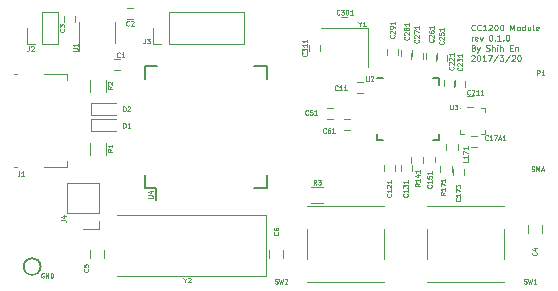
<source format=gbr>
G04 #@! TF.FileFunction,Legend,Top*
%FSLAX46Y46*%
G04 Gerber Fmt 4.6, Leading zero omitted, Abs format (unit mm)*
G04 Created by KiCad (PCBNEW 4.0.6) date Mon Mar 20 23:38:24 2017*
%MOMM*%
%LPD*%
G01*
G04 APERTURE LIST*
%ADD10C,0.100000*%
%ADD11C,0.110000*%
%ADD12C,0.120000*%
%ADD13C,0.150000*%
%ADD14C,0.203200*%
%ADD15C,0.062500*%
%ADD16C,0.095250*%
%ADD17R,0.900000X0.500000*%
%ADD18R,0.250000X1.000000*%
%ADD19R,1.000000X0.250000*%
%ADD20R,0.650000X1.220000*%
%ADD21R,0.500000X0.600000*%
%ADD22R,0.600000X0.500000*%
%ADD23R,0.750000X0.800000*%
%ADD24R,0.800000X0.800000*%
%ADD25R,1.380000X0.450000*%
%ADD26R,2.100000X1.475000*%
%ADD27R,1.900000X2.375000*%
%ADD28R,1.900000X1.175000*%
%ADD29R,0.600000X0.400000*%
%ADD30R,4.064000X1.524000*%
%ADD31C,0.762000*%
%ADD32R,0.500000X0.900000*%
%ADD33R,1.550000X1.300000*%
%ADD34R,0.710000X0.280000*%
%ADD35R,0.280000X0.710000*%
%ADD36C,0.280000*%
%ADD37R,1.725000X1.725000*%
%ADD38C,0.300000*%
%ADD39C,0.320000*%
%ADD40R,1.400000X1.200000*%
%ADD41R,4.500000X2.000000*%
%ADD42R,1.000000X1.000000*%
%ADD43O,1.000000X1.000000*%
%ADD44C,1.270000*%
G04 APERTURE END LIST*
D10*
D11*
X5611762Y6953429D02*
X5587952Y6929619D01*
X5516524Y6905810D01*
X5468905Y6905810D01*
X5397476Y6929619D01*
X5349857Y6977238D01*
X5326048Y7024857D01*
X5302238Y7120095D01*
X5302238Y7191524D01*
X5326048Y7286762D01*
X5349857Y7334381D01*
X5397476Y7382000D01*
X5468905Y7405810D01*
X5516524Y7405810D01*
X5587952Y7382000D01*
X5611762Y7358190D01*
X6111762Y6953429D02*
X6087952Y6929619D01*
X6016524Y6905810D01*
X5968905Y6905810D01*
X5897476Y6929619D01*
X5849857Y6977238D01*
X5826048Y7024857D01*
X5802238Y7120095D01*
X5802238Y7191524D01*
X5826048Y7286762D01*
X5849857Y7334381D01*
X5897476Y7382000D01*
X5968905Y7405810D01*
X6016524Y7405810D01*
X6087952Y7382000D01*
X6111762Y7358190D01*
X6587952Y6905810D02*
X6302238Y6905810D01*
X6445095Y6905810D02*
X6445095Y7405810D01*
X6397476Y7334381D01*
X6349857Y7286762D01*
X6302238Y7262952D01*
X6778428Y7358190D02*
X6802238Y7382000D01*
X6849857Y7405810D01*
X6968904Y7405810D01*
X7016523Y7382000D01*
X7040333Y7358190D01*
X7064142Y7310571D01*
X7064142Y7262952D01*
X7040333Y7191524D01*
X6754619Y6905810D01*
X7064142Y6905810D01*
X7373666Y7405810D02*
X7421285Y7405810D01*
X7468904Y7382000D01*
X7492713Y7358190D01*
X7516523Y7310571D01*
X7540332Y7215333D01*
X7540332Y7096286D01*
X7516523Y7001048D01*
X7492713Y6953429D01*
X7468904Y6929619D01*
X7421285Y6905810D01*
X7373666Y6905810D01*
X7326047Y6929619D01*
X7302237Y6953429D01*
X7278428Y7001048D01*
X7254618Y7096286D01*
X7254618Y7215333D01*
X7278428Y7310571D01*
X7302237Y7358190D01*
X7326047Y7382000D01*
X7373666Y7405810D01*
X7849856Y7405810D02*
X7897475Y7405810D01*
X7945094Y7382000D01*
X7968903Y7358190D01*
X7992713Y7310571D01*
X8016522Y7215333D01*
X8016522Y7096286D01*
X7992713Y7001048D01*
X7968903Y6953429D01*
X7945094Y6929619D01*
X7897475Y6905810D01*
X7849856Y6905810D01*
X7802237Y6929619D01*
X7778427Y6953429D01*
X7754618Y7001048D01*
X7730808Y7096286D01*
X7730808Y7215333D01*
X7754618Y7310571D01*
X7778427Y7358190D01*
X7802237Y7382000D01*
X7849856Y7405810D01*
X8611760Y6905810D02*
X8611760Y7405810D01*
X8778426Y7048667D01*
X8945093Y7405810D01*
X8945093Y6905810D01*
X9254617Y6905810D02*
X9206998Y6929619D01*
X9183189Y6953429D01*
X9159379Y7001048D01*
X9159379Y7143905D01*
X9183189Y7191524D01*
X9206998Y7215333D01*
X9254617Y7239143D01*
X9326046Y7239143D01*
X9373665Y7215333D01*
X9397474Y7191524D01*
X9421284Y7143905D01*
X9421284Y7001048D01*
X9397474Y6953429D01*
X9373665Y6929619D01*
X9326046Y6905810D01*
X9254617Y6905810D01*
X9849855Y6905810D02*
X9849855Y7405810D01*
X9849855Y6929619D02*
X9802236Y6905810D01*
X9706998Y6905810D01*
X9659379Y6929619D01*
X9635570Y6953429D01*
X9611760Y7001048D01*
X9611760Y7143905D01*
X9635570Y7191524D01*
X9659379Y7215333D01*
X9706998Y7239143D01*
X9802236Y7239143D01*
X9849855Y7215333D01*
X10302236Y7239143D02*
X10302236Y6905810D01*
X10087951Y7239143D02*
X10087951Y6977238D01*
X10111760Y6929619D01*
X10159379Y6905810D01*
X10230808Y6905810D01*
X10278427Y6929619D01*
X10302236Y6953429D01*
X10611760Y6905810D02*
X10564141Y6929619D01*
X10540332Y6977238D01*
X10540332Y7405810D01*
X10992713Y6929619D02*
X10945094Y6905810D01*
X10849856Y6905810D01*
X10802237Y6929619D01*
X10778427Y6977238D01*
X10778427Y7167714D01*
X10802237Y7215333D01*
X10849856Y7239143D01*
X10945094Y7239143D01*
X10992713Y7215333D01*
X11016522Y7167714D01*
X11016522Y7120095D01*
X10778427Y7072476D01*
X5326048Y6045810D02*
X5326048Y6379143D01*
X5326048Y6283905D02*
X5349857Y6331524D01*
X5373667Y6355333D01*
X5421286Y6379143D01*
X5468905Y6379143D01*
X5826048Y6069619D02*
X5778429Y6045810D01*
X5683191Y6045810D01*
X5635572Y6069619D01*
X5611762Y6117238D01*
X5611762Y6307714D01*
X5635572Y6355333D01*
X5683191Y6379143D01*
X5778429Y6379143D01*
X5826048Y6355333D01*
X5849857Y6307714D01*
X5849857Y6260095D01*
X5611762Y6212476D01*
X6016524Y6379143D02*
X6135571Y6045810D01*
X6254619Y6379143D01*
X6921285Y6545810D02*
X6968904Y6545810D01*
X7016523Y6522000D01*
X7040332Y6498190D01*
X7064142Y6450571D01*
X7087951Y6355333D01*
X7087951Y6236286D01*
X7064142Y6141048D01*
X7040332Y6093429D01*
X7016523Y6069619D01*
X6968904Y6045810D01*
X6921285Y6045810D01*
X6873666Y6069619D01*
X6849856Y6093429D01*
X6826047Y6141048D01*
X6802237Y6236286D01*
X6802237Y6355333D01*
X6826047Y6450571D01*
X6849856Y6498190D01*
X6873666Y6522000D01*
X6921285Y6545810D01*
X7302237Y6093429D02*
X7326046Y6069619D01*
X7302237Y6045810D01*
X7278427Y6069619D01*
X7302237Y6093429D01*
X7302237Y6045810D01*
X7802236Y6045810D02*
X7516522Y6045810D01*
X7659379Y6045810D02*
X7659379Y6545810D01*
X7611760Y6474381D01*
X7564141Y6426762D01*
X7516522Y6402952D01*
X8016522Y6093429D02*
X8040331Y6069619D01*
X8016522Y6045810D01*
X7992712Y6069619D01*
X8016522Y6093429D01*
X8016522Y6045810D01*
X8349855Y6545810D02*
X8397474Y6545810D01*
X8445093Y6522000D01*
X8468902Y6498190D01*
X8492712Y6450571D01*
X8516521Y6355333D01*
X8516521Y6236286D01*
X8492712Y6141048D01*
X8468902Y6093429D01*
X8445093Y6069619D01*
X8397474Y6045810D01*
X8349855Y6045810D01*
X8302236Y6069619D01*
X8278426Y6093429D01*
X8254617Y6141048D01*
X8230807Y6236286D01*
X8230807Y6355333D01*
X8254617Y6450571D01*
X8278426Y6498190D01*
X8302236Y6522000D01*
X8349855Y6545810D01*
X5492714Y5447714D02*
X5564143Y5423905D01*
X5587952Y5400095D01*
X5611762Y5352476D01*
X5611762Y5281048D01*
X5587952Y5233429D01*
X5564143Y5209619D01*
X5516524Y5185810D01*
X5326048Y5185810D01*
X5326048Y5685810D01*
X5492714Y5685810D01*
X5540333Y5662000D01*
X5564143Y5638190D01*
X5587952Y5590571D01*
X5587952Y5542952D01*
X5564143Y5495333D01*
X5540333Y5471524D01*
X5492714Y5447714D01*
X5326048Y5447714D01*
X5778429Y5519143D02*
X5897476Y5185810D01*
X6016524Y5519143D02*
X5897476Y5185810D01*
X5849857Y5066762D01*
X5826048Y5042952D01*
X5778429Y5019143D01*
X6564142Y5209619D02*
X6635571Y5185810D01*
X6754618Y5185810D01*
X6802237Y5209619D01*
X6826047Y5233429D01*
X6849856Y5281048D01*
X6849856Y5328667D01*
X6826047Y5376286D01*
X6802237Y5400095D01*
X6754618Y5423905D01*
X6659380Y5447714D01*
X6611761Y5471524D01*
X6587952Y5495333D01*
X6564142Y5542952D01*
X6564142Y5590571D01*
X6587952Y5638190D01*
X6611761Y5662000D01*
X6659380Y5685810D01*
X6778428Y5685810D01*
X6849856Y5662000D01*
X7064142Y5185810D02*
X7064142Y5685810D01*
X7278427Y5185810D02*
X7278427Y5447714D01*
X7254618Y5495333D01*
X7206999Y5519143D01*
X7135570Y5519143D01*
X7087951Y5495333D01*
X7064142Y5471524D01*
X7516523Y5185810D02*
X7516523Y5519143D01*
X7516523Y5685810D02*
X7492713Y5662000D01*
X7516523Y5638190D01*
X7540332Y5662000D01*
X7516523Y5685810D01*
X7516523Y5638190D01*
X7754618Y5185810D02*
X7754618Y5685810D01*
X7968903Y5185810D02*
X7968903Y5447714D01*
X7945094Y5495333D01*
X7897475Y5519143D01*
X7826046Y5519143D01*
X7778427Y5495333D01*
X7754618Y5471524D01*
X8587951Y5447714D02*
X8754617Y5447714D01*
X8826046Y5185810D02*
X8587951Y5185810D01*
X8587951Y5685810D01*
X8826046Y5685810D01*
X9040332Y5519143D02*
X9040332Y5185810D01*
X9040332Y5471524D02*
X9064141Y5495333D01*
X9111760Y5519143D01*
X9183189Y5519143D01*
X9230808Y5495333D01*
X9254617Y5447714D01*
X9254617Y5185810D01*
X5302238Y4778190D02*
X5326048Y4802000D01*
X5373667Y4825810D01*
X5492714Y4825810D01*
X5540333Y4802000D01*
X5564143Y4778190D01*
X5587952Y4730571D01*
X5587952Y4682952D01*
X5564143Y4611524D01*
X5278429Y4325810D01*
X5587952Y4325810D01*
X5897476Y4825810D02*
X5945095Y4825810D01*
X5992714Y4802000D01*
X6016523Y4778190D01*
X6040333Y4730571D01*
X6064142Y4635333D01*
X6064142Y4516286D01*
X6040333Y4421048D01*
X6016523Y4373429D01*
X5992714Y4349619D01*
X5945095Y4325810D01*
X5897476Y4325810D01*
X5849857Y4349619D01*
X5826047Y4373429D01*
X5802238Y4421048D01*
X5778428Y4516286D01*
X5778428Y4635333D01*
X5802238Y4730571D01*
X5826047Y4778190D01*
X5849857Y4802000D01*
X5897476Y4825810D01*
X6540332Y4325810D02*
X6254618Y4325810D01*
X6397475Y4325810D02*
X6397475Y4825810D01*
X6349856Y4754381D01*
X6302237Y4706762D01*
X6254618Y4682952D01*
X6706999Y4825810D02*
X7040332Y4825810D01*
X6826046Y4325810D01*
X7587950Y4849619D02*
X7159379Y4206762D01*
X7706999Y4825810D02*
X8016522Y4825810D01*
X7849856Y4635333D01*
X7921284Y4635333D01*
X7968903Y4611524D01*
X7992713Y4587714D01*
X8016522Y4540095D01*
X8016522Y4421048D01*
X7992713Y4373429D01*
X7968903Y4349619D01*
X7921284Y4325810D01*
X7778427Y4325810D01*
X7730808Y4349619D01*
X7706999Y4373429D01*
X8587950Y4849619D02*
X8159379Y4206762D01*
X8730808Y4778190D02*
X8754618Y4802000D01*
X8802237Y4825810D01*
X8921284Y4825810D01*
X8968903Y4802000D01*
X8992713Y4778190D01*
X9016522Y4730571D01*
X9016522Y4682952D01*
X8992713Y4611524D01*
X8706999Y4325810D01*
X9016522Y4325810D01*
X9326046Y4825810D02*
X9373665Y4825810D01*
X9421284Y4802000D01*
X9445093Y4778190D01*
X9468903Y4730571D01*
X9492712Y4635333D01*
X9492712Y4516286D01*
X9468903Y4421048D01*
X9445093Y4373429D01*
X9421284Y4349619D01*
X9373665Y4325810D01*
X9326046Y4325810D01*
X9278427Y4349619D01*
X9254617Y4373429D01*
X9230808Y4421048D01*
X9206998Y4516286D01*
X9206998Y4635333D01*
X9230808Y4730571D01*
X9254617Y4778190D01*
X9278427Y4802000D01*
X9326046Y4825810D01*
D12*
X-26994400Y1709800D02*
X-26994400Y2709800D01*
X-25634400Y2709800D02*
X-25634400Y1709800D01*
D13*
X-22353260Y-6439100D02*
X-21353260Y-6439100D01*
X-22353260Y3910900D02*
X-21278260Y3910900D01*
X-12003260Y3910900D02*
X-13078260Y3910900D01*
X-12003260Y-6439100D02*
X-13078260Y-6439100D01*
X-22353260Y-6439100D02*
X-22353260Y-5364100D01*
X-12003260Y-6439100D02*
X-12003260Y-5364100D01*
X-12003260Y3910900D02*
X-12003260Y2835900D01*
X-22353260Y3910900D02*
X-22353260Y2835900D01*
X-21353260Y-6439100D02*
X-21353260Y-7464100D01*
D12*
X-24830600Y5851000D02*
X-24830600Y7611000D01*
X-27900600Y7611000D02*
X-27900600Y5181000D01*
X266800Y-4999800D02*
X266800Y-4499800D01*
X-673200Y-4499800D02*
X-673200Y-4999800D01*
X-1155600Y-4999800D02*
X-1155600Y-4499800D01*
X-2095600Y-4499800D02*
X-2095600Y-4999800D01*
X241200Y4974400D02*
X241200Y4474400D01*
X1181200Y4474400D02*
X1181200Y4974400D01*
X2197200Y-4263200D02*
X2197200Y-3763200D01*
X1257200Y-3763200D02*
X1257200Y-4263200D01*
X-24464200Y4483200D02*
X-24964200Y4483200D01*
X-24964200Y3543200D02*
X-24464200Y3543200D01*
X-23346600Y8852000D02*
X-23846600Y8852000D01*
X-23846600Y7912000D02*
X-23346600Y7912000D01*
X-28206600Y7649400D02*
X-28206600Y8149400D01*
X-29146600Y8149400D02*
X-29146600Y7649400D01*
X10068000Y-10256000D02*
X10068000Y-9556000D01*
X11268000Y-9556000D02*
X11268000Y-10256000D01*
X-25790600Y-11689600D02*
X-25790600Y-12389600D01*
X-26990600Y-12389600D02*
X-26990600Y-11689600D01*
X-10601400Y-11689600D02*
X-10601400Y-12389600D01*
X-11801400Y-12389600D02*
X-11801400Y-11689600D01*
X-4390200Y1612800D02*
X-3890200Y1612800D01*
X-3890200Y2552800D02*
X-4390200Y2552800D01*
X5753000Y-1993800D02*
X5253000Y-1993800D01*
X5253000Y-2933800D02*
X5753000Y-2933800D01*
X-6879400Y-622400D02*
X-6379400Y-622400D01*
X-6379400Y317600D02*
X-6879400Y317600D01*
X-5457000Y-1536800D02*
X-4957000Y-1536800D01*
X-4957000Y-596800D02*
X-5457000Y-596800D01*
X4661000Y-5295800D02*
X4661000Y-4795800D01*
X3721000Y-4795800D02*
X3721000Y-5295800D01*
X5482400Y1359000D02*
X4982400Y1359000D01*
X4982400Y419000D02*
X5482400Y419000D01*
X3848000Y2612200D02*
X3848000Y2112200D01*
X4788000Y2112200D02*
X4788000Y2612200D01*
X3899000Y2213800D02*
X3899000Y2713800D01*
X2959000Y2713800D02*
X2959000Y2213800D01*
X2324000Y4796600D02*
X2324000Y4296600D01*
X3264000Y4296600D02*
X3264000Y4796600D01*
X1460400Y4974400D02*
X1460400Y4474400D01*
X2400400Y4474400D02*
X2400400Y4974400D01*
X-622400Y5228400D02*
X-622400Y4728400D01*
X317600Y4728400D02*
X317600Y5228400D01*
X-1841600Y5355400D02*
X-1841600Y4855400D01*
X-901600Y4855400D02*
X-901600Y5355400D01*
X-5711000Y7150000D02*
X-5211000Y7150000D01*
X-5211000Y8090000D02*
X-5711000Y8090000D01*
X-8471000Y5711000D02*
X-8471000Y5211000D01*
X-7531000Y5211000D02*
X-7531000Y5711000D01*
X-26877800Y-617600D02*
X-26877800Y-1617600D01*
X-26877800Y-1617600D02*
X-24777800Y-1617600D01*
X-26877800Y-617600D02*
X-24777800Y-617600D01*
X-26877800Y754000D02*
X-26877800Y-246000D01*
X-26877800Y-246000D02*
X-24777800Y-246000D01*
X-26877800Y754000D02*
X-24777800Y754000D01*
X-28963200Y-4651200D02*
X-28963200Y-4141200D01*
X-33153200Y-4651200D02*
X-33413200Y-4651200D01*
X-28963200Y-4651200D02*
X-30873200Y-4651200D01*
X-28963200Y3228800D02*
X-28963200Y2718800D01*
X-30873200Y3228800D02*
X-28963200Y3228800D01*
X-33413200Y3228800D02*
X-33153200Y3228800D01*
X4213000Y-3221800D02*
X4213000Y-2721800D01*
X3153000Y-2721800D02*
X3153000Y-3221800D01*
X-26994400Y-3598800D02*
X-26994400Y-2598800D01*
X-25634400Y-2598800D02*
X-25634400Y-3598800D01*
X-7247000Y-7665000D02*
X-8247000Y-7665000D01*
X-8247000Y-6305000D02*
X-7247000Y-6305000D01*
X1241200Y-4288600D02*
X1241200Y-3788600D01*
X181200Y-3788600D02*
X181200Y-4288600D01*
X3705000Y-5068800D02*
X3705000Y-4568800D01*
X2645000Y-4568800D02*
X2645000Y-5068800D01*
X8056000Y-7946000D02*
X8056000Y-7976000D01*
X8056000Y-14406000D02*
X8056000Y-14376000D01*
X1596000Y-14406000D02*
X1596000Y-14376000D01*
X1596000Y-7976000D02*
X1596000Y-7946000D01*
X8056000Y-9876000D02*
X8056000Y-12476000D01*
X1596000Y-7946000D02*
X8056000Y-7946000D01*
X1596000Y-9876000D02*
X1596000Y-12476000D01*
X1596000Y-14406000D02*
X8056000Y-14406000D01*
X-8564000Y-14406000D02*
X-8564000Y-14376000D01*
X-8564000Y-7946000D02*
X-8564000Y-7976000D01*
X-2104000Y-7946000D02*
X-2104000Y-7976000D01*
X-2104000Y-14376000D02*
X-2104000Y-14406000D01*
X-8564000Y-12476000D02*
X-8564000Y-9876000D01*
X-2104000Y-14406000D02*
X-8564000Y-14406000D01*
X-2104000Y-12476000D02*
X-2104000Y-9876000D01*
X-2104000Y-7946000D02*
X-8564000Y-7946000D01*
D13*
X2574200Y2853600D02*
X2574200Y2328600D01*
X-2675800Y-2396400D02*
X-2675800Y-1871400D01*
X2574200Y-2396400D02*
X2574200Y-1871400D01*
X-2675800Y2853600D02*
X-2150800Y2853600D01*
X-2675800Y-2396400D02*
X-2150800Y-2396400D01*
X2574200Y-2396400D02*
X2049200Y-2396400D01*
X2574200Y2853600D02*
X2049200Y2853600D01*
D12*
X4334800Y-1512160D02*
X4334800Y-1862160D01*
X6434800Y317840D02*
X6084800Y317840D01*
X6434800Y-1862160D02*
X6434800Y-1512160D01*
X6084800Y-1862160D02*
X6434800Y-1862160D01*
X6434800Y317840D02*
X6434800Y-32160D01*
X4374800Y317840D02*
G75*
G03X4374800Y317840I-40000J0D01*
G01*
X4334800Y-1862160D02*
X4684800Y-1862160D01*
X-3461000Y3811000D02*
X-3461000Y7111000D01*
X-3461000Y7111000D02*
X-7461000Y7111000D01*
X-24696000Y-13853000D02*
X-12096000Y-13853000D01*
X-12096000Y-13853000D02*
X-12096000Y-8753000D01*
X-12096000Y-8753000D02*
X-24696000Y-8753000D01*
X-31013400Y5782000D02*
X-29683400Y5782000D01*
X-29683400Y5782000D02*
X-29683400Y8442000D01*
X-29683400Y8442000D02*
X-31013400Y8442000D01*
X-31013400Y8442000D02*
X-31013400Y5782000D01*
X-31648400Y5782000D02*
X-32343400Y5782000D01*
X-32343400Y5782000D02*
X-32343400Y7112000D01*
X-20320000Y5782000D02*
X-13910000Y5782000D01*
X-13910000Y5782000D02*
X-13910000Y8442000D01*
X-13910000Y8442000D02*
X-20320000Y8442000D01*
X-20320000Y8442000D02*
X-20320000Y5782000D01*
X-20955000Y5782000D02*
X-21650000Y5782000D01*
X-21650000Y5782000D02*
X-21650000Y7112000D01*
X-26229000Y-8585200D02*
X-26229000Y-5985200D01*
X-26229000Y-5985200D02*
X-28889000Y-5985200D01*
X-28889000Y-5985200D02*
X-28889000Y-8585200D01*
X-28889000Y-8585200D02*
X-26229000Y-8585200D01*
X-26229000Y-9220200D02*
X-26229000Y-9915200D01*
X-26229000Y-9915200D02*
X-27559000Y-9915200D01*
D14*
X-31165800Y-13081000D02*
G75*
G03X-31165800Y-13081000I-711200J0D01*
G01*
D15*
X-25092048Y2168534D02*
X-25282524Y2035200D01*
X-25092048Y1939962D02*
X-25492048Y1939962D01*
X-25492048Y2092343D01*
X-25473000Y2130438D01*
X-25453952Y2149486D01*
X-25415857Y2168534D01*
X-25358714Y2168534D01*
X-25320619Y2149486D01*
X-25301571Y2130438D01*
X-25282524Y2092343D01*
X-25282524Y1939962D01*
X-25453952Y2320914D02*
X-25473000Y2339962D01*
X-25492048Y2378057D01*
X-25492048Y2473295D01*
X-25473000Y2511391D01*
X-25453952Y2530438D01*
X-25415857Y2549486D01*
X-25377762Y2549486D01*
X-25320619Y2530438D01*
X-25092048Y2301867D01*
X-25092048Y2549486D01*
X-22063048Y-7289762D02*
X-21739238Y-7289762D01*
X-21701143Y-7270714D01*
X-21682095Y-7251667D01*
X-21663048Y-7213571D01*
X-21663048Y-7137381D01*
X-21682095Y-7099286D01*
X-21701143Y-7080238D01*
X-21739238Y-7061190D01*
X-22063048Y-7061190D01*
X-21929714Y-6699285D02*
X-21663048Y-6699285D01*
X-22082095Y-6794523D02*
X-21796381Y-6889762D01*
X-21796381Y-6642142D01*
X-28413048Y5156238D02*
X-28089238Y5156238D01*
X-28051143Y5175286D01*
X-28032095Y5194333D01*
X-28013048Y5232429D01*
X-28013048Y5308619D01*
X-28032095Y5346714D01*
X-28051143Y5365762D01*
X-28089238Y5384810D01*
X-28413048Y5384810D01*
X-28013048Y5784810D02*
X-28013048Y5556238D01*
X-28013048Y5670524D02*
X-28413048Y5670524D01*
X-28355905Y5632429D01*
X-28317810Y5594334D01*
X-28298762Y5556238D01*
X-111143Y-6924618D02*
X-92095Y-6943666D01*
X-73048Y-7000809D01*
X-73048Y-7038904D01*
X-92095Y-7096047D01*
X-130190Y-7134142D01*
X-168286Y-7153190D01*
X-244476Y-7172238D01*
X-301619Y-7172238D01*
X-377810Y-7153190D01*
X-415905Y-7134142D01*
X-454000Y-7096047D01*
X-473048Y-7038904D01*
X-473048Y-7000809D01*
X-454000Y-6943666D01*
X-434952Y-6924618D01*
X-73048Y-6543666D02*
X-73048Y-6772238D01*
X-73048Y-6657952D02*
X-473048Y-6657952D01*
X-415905Y-6696047D01*
X-377810Y-6734142D01*
X-358762Y-6772238D01*
X-473048Y-6410333D02*
X-473048Y-6162714D01*
X-320667Y-6296047D01*
X-320667Y-6238905D01*
X-301619Y-6200809D01*
X-282571Y-6181762D01*
X-244476Y-6162714D01*
X-149238Y-6162714D01*
X-111143Y-6181762D01*
X-92095Y-6200809D01*
X-73048Y-6238905D01*
X-73048Y-6353190D01*
X-92095Y-6391286D01*
X-111143Y-6410333D01*
X-73048Y-5781762D02*
X-73048Y-6010334D01*
X-73048Y-5896048D02*
X-473048Y-5896048D01*
X-415905Y-5934143D01*
X-377810Y-5972238D01*
X-358762Y-6010334D01*
X-1508143Y-6924618D02*
X-1489095Y-6943666D01*
X-1470048Y-7000809D01*
X-1470048Y-7038904D01*
X-1489095Y-7096047D01*
X-1527190Y-7134142D01*
X-1565286Y-7153190D01*
X-1641476Y-7172238D01*
X-1698619Y-7172238D01*
X-1774810Y-7153190D01*
X-1812905Y-7134142D01*
X-1851000Y-7096047D01*
X-1870048Y-7038904D01*
X-1870048Y-7000809D01*
X-1851000Y-6943666D01*
X-1831952Y-6924618D01*
X-1470048Y-6543666D02*
X-1470048Y-6772238D01*
X-1470048Y-6657952D02*
X-1870048Y-6657952D01*
X-1812905Y-6696047D01*
X-1774810Y-6734142D01*
X-1755762Y-6772238D01*
X-1831952Y-6391286D02*
X-1851000Y-6372238D01*
X-1870048Y-6334143D01*
X-1870048Y-6238905D01*
X-1851000Y-6200809D01*
X-1831952Y-6181762D01*
X-1793857Y-6162714D01*
X-1755762Y-6162714D01*
X-1698619Y-6181762D01*
X-1470048Y-6410333D01*
X-1470048Y-6162714D01*
X-1470048Y-5781762D02*
X-1470048Y-6010334D01*
X-1470048Y-5896048D02*
X-1870048Y-5896048D01*
X-1812905Y-5934143D01*
X-1774810Y-5972238D01*
X-1755762Y-6010334D01*
X828657Y6130982D02*
X847705Y6111934D01*
X866752Y6054791D01*
X866752Y6016696D01*
X847705Y5959553D01*
X809610Y5921458D01*
X771514Y5902410D01*
X695324Y5883362D01*
X638181Y5883362D01*
X561990Y5902410D01*
X523895Y5921458D01*
X485800Y5959553D01*
X466752Y6016696D01*
X466752Y6054791D01*
X485800Y6111934D01*
X504848Y6130982D01*
X504848Y6283362D02*
X485800Y6302410D01*
X466752Y6340505D01*
X466752Y6435743D01*
X485800Y6473839D01*
X504848Y6492886D01*
X542943Y6511934D01*
X581038Y6511934D01*
X638181Y6492886D01*
X866752Y6264315D01*
X866752Y6511934D01*
X466752Y6645267D02*
X466752Y6911934D01*
X866752Y6740505D01*
X866752Y7273838D02*
X866752Y7045266D01*
X866752Y7159552D02*
X466752Y7159552D01*
X523895Y7121457D01*
X561990Y7083362D01*
X581038Y7045266D01*
X1920857Y-6162618D02*
X1939905Y-6181666D01*
X1958952Y-6238809D01*
X1958952Y-6276904D01*
X1939905Y-6334047D01*
X1901810Y-6372142D01*
X1863714Y-6391190D01*
X1787524Y-6410238D01*
X1730381Y-6410238D01*
X1654190Y-6391190D01*
X1616095Y-6372142D01*
X1578000Y-6334047D01*
X1558952Y-6276904D01*
X1558952Y-6238809D01*
X1578000Y-6181666D01*
X1597048Y-6162618D01*
X1958952Y-5781666D02*
X1958952Y-6010238D01*
X1958952Y-5895952D02*
X1558952Y-5895952D01*
X1616095Y-5934047D01*
X1654190Y-5972142D01*
X1673238Y-6010238D01*
X1558952Y-5419762D02*
X1558952Y-5610238D01*
X1749429Y-5629286D01*
X1730381Y-5610238D01*
X1711333Y-5572143D01*
X1711333Y-5476905D01*
X1730381Y-5438809D01*
X1749429Y-5419762D01*
X1787524Y-5400714D01*
X1882762Y-5400714D01*
X1920857Y-5419762D01*
X1939905Y-5438809D01*
X1958952Y-5476905D01*
X1958952Y-5572143D01*
X1939905Y-5610238D01*
X1920857Y-5629286D01*
X1958952Y-5019762D02*
X1958952Y-5248334D01*
X1958952Y-5134048D02*
X1558952Y-5134048D01*
X1616095Y-5172143D01*
X1654190Y-5210238D01*
X1673238Y-5248334D01*
X-24450666Y4683143D02*
X-24469714Y4664095D01*
X-24526857Y4645048D01*
X-24564952Y4645048D01*
X-24622095Y4664095D01*
X-24660190Y4702190D01*
X-24679238Y4740286D01*
X-24698286Y4816476D01*
X-24698286Y4873619D01*
X-24679238Y4949810D01*
X-24660190Y4987905D01*
X-24622095Y5026000D01*
X-24564952Y5045048D01*
X-24526857Y5045048D01*
X-24469714Y5026000D01*
X-24450666Y5006952D01*
X-24069714Y4645048D02*
X-24298286Y4645048D01*
X-24184000Y4645048D02*
X-24184000Y5045048D01*
X-24222095Y4987905D01*
X-24260190Y4949810D01*
X-24298286Y4930762D01*
X-23663266Y7350143D02*
X-23682314Y7331095D01*
X-23739457Y7312048D01*
X-23777552Y7312048D01*
X-23834695Y7331095D01*
X-23872790Y7369190D01*
X-23891838Y7407286D01*
X-23910886Y7483476D01*
X-23910886Y7540619D01*
X-23891838Y7616810D01*
X-23872790Y7654905D01*
X-23834695Y7693000D01*
X-23777552Y7712048D01*
X-23739457Y7712048D01*
X-23682314Y7693000D01*
X-23663266Y7673952D01*
X-23510886Y7673952D02*
X-23491838Y7693000D01*
X-23453743Y7712048D01*
X-23358505Y7712048D01*
X-23320409Y7693000D01*
X-23301362Y7673952D01*
X-23282314Y7635857D01*
X-23282314Y7597762D01*
X-23301362Y7540619D01*
X-23529933Y7312048D01*
X-23282314Y7312048D01*
X-29194143Y7045334D02*
X-29175095Y7026286D01*
X-29156048Y6969143D01*
X-29156048Y6931048D01*
X-29175095Y6873905D01*
X-29213190Y6835810D01*
X-29251286Y6816762D01*
X-29327476Y6797714D01*
X-29384619Y6797714D01*
X-29460810Y6816762D01*
X-29498905Y6835810D01*
X-29537000Y6873905D01*
X-29556048Y6931048D01*
X-29556048Y6969143D01*
X-29537000Y7026286D01*
X-29517952Y7045334D01*
X-29556048Y7178667D02*
X-29556048Y7426286D01*
X-29403667Y7292953D01*
X-29403667Y7350095D01*
X-29384619Y7388191D01*
X-29365571Y7407238D01*
X-29327476Y7426286D01*
X-29232238Y7426286D01*
X-29194143Y7407238D01*
X-29175095Y7388191D01*
X-29156048Y7350095D01*
X-29156048Y7235810D01*
X-29175095Y7197714D01*
X-29194143Y7178667D01*
X10810857Y-11877666D02*
X10829905Y-11896714D01*
X10848952Y-11953857D01*
X10848952Y-11991952D01*
X10829905Y-12049095D01*
X10791810Y-12087190D01*
X10753714Y-12106238D01*
X10677524Y-12125286D01*
X10620381Y-12125286D01*
X10544190Y-12106238D01*
X10506095Y-12087190D01*
X10468000Y-12049095D01*
X10448952Y-11991952D01*
X10448952Y-11953857D01*
X10468000Y-11896714D01*
X10487048Y-11877666D01*
X10582286Y-11534809D02*
X10848952Y-11534809D01*
X10429905Y-11630047D02*
X10715619Y-11725286D01*
X10715619Y-11477666D01*
X-27162143Y-13274666D02*
X-27143095Y-13293714D01*
X-27124048Y-13350857D01*
X-27124048Y-13388952D01*
X-27143095Y-13446095D01*
X-27181190Y-13484190D01*
X-27219286Y-13503238D01*
X-27295476Y-13522286D01*
X-27352619Y-13522286D01*
X-27428810Y-13503238D01*
X-27466905Y-13484190D01*
X-27505000Y-13446095D01*
X-27524048Y-13388952D01*
X-27524048Y-13350857D01*
X-27505000Y-13293714D01*
X-27485952Y-13274666D01*
X-27524048Y-12912762D02*
X-27524048Y-13103238D01*
X-27333571Y-13122286D01*
X-27352619Y-13103238D01*
X-27371667Y-13065143D01*
X-27371667Y-12969905D01*
X-27352619Y-12931809D01*
X-27333571Y-12912762D01*
X-27295476Y-12893714D01*
X-27200238Y-12893714D01*
X-27162143Y-12912762D01*
X-27143095Y-12931809D01*
X-27124048Y-12969905D01*
X-27124048Y-13065143D01*
X-27143095Y-13103238D01*
X-27162143Y-13122286D01*
X-11058543Y-10175866D02*
X-11039495Y-10194914D01*
X-11020448Y-10252057D01*
X-11020448Y-10290152D01*
X-11039495Y-10347295D01*
X-11077590Y-10385390D01*
X-11115686Y-10404438D01*
X-11191876Y-10423486D01*
X-11249019Y-10423486D01*
X-11325210Y-10404438D01*
X-11363305Y-10385390D01*
X-11401400Y-10347295D01*
X-11420448Y-10290152D01*
X-11420448Y-10252057D01*
X-11401400Y-10194914D01*
X-11382352Y-10175866D01*
X-11420448Y-9833009D02*
X-11420448Y-9909200D01*
X-11401400Y-9947295D01*
X-11382352Y-9966343D01*
X-11325210Y-10004438D01*
X-11249019Y-10023486D01*
X-11096638Y-10023486D01*
X-11058543Y-10004438D01*
X-11039495Y-9985390D01*
X-11020448Y-9947295D01*
X-11020448Y-9871105D01*
X-11039495Y-9833009D01*
X-11058543Y-9813962D01*
X-11096638Y-9794914D01*
X-11191876Y-9794914D01*
X-11229971Y-9813962D01*
X-11249019Y-9833009D01*
X-11268067Y-9871105D01*
X-11268067Y-9947295D01*
X-11249019Y-9985390D01*
X-11229971Y-10004438D01*
X-11191876Y-10023486D01*
X-6022942Y1889143D02*
X-6041990Y1870095D01*
X-6099133Y1851048D01*
X-6137228Y1851048D01*
X-6194371Y1870095D01*
X-6232466Y1908190D01*
X-6251514Y1946286D01*
X-6270562Y2022476D01*
X-6270562Y2079619D01*
X-6251514Y2155810D01*
X-6232466Y2193905D01*
X-6194371Y2232000D01*
X-6137228Y2251048D01*
X-6099133Y2251048D01*
X-6041990Y2232000D01*
X-6022942Y2212952D01*
X-5641990Y1851048D02*
X-5870562Y1851048D01*
X-5756276Y1851048D02*
X-5756276Y2251048D01*
X-5794371Y2193905D01*
X-5832466Y2155810D01*
X-5870562Y2136762D01*
X-5261038Y1851048D02*
X-5489610Y1851048D01*
X-5375324Y1851048D02*
X-5375324Y2251048D01*
X-5413419Y2193905D01*
X-5451514Y2155810D01*
X-5489610Y2136762D01*
X6696154Y-2327257D02*
X6677106Y-2346305D01*
X6619963Y-2365352D01*
X6581868Y-2365352D01*
X6524725Y-2346305D01*
X6486630Y-2308210D01*
X6467582Y-2270114D01*
X6448534Y-2193924D01*
X6448534Y-2136781D01*
X6467582Y-2060590D01*
X6486630Y-2022495D01*
X6524725Y-1984400D01*
X6581868Y-1965352D01*
X6619963Y-1965352D01*
X6677106Y-1984400D01*
X6696154Y-2003448D01*
X7077106Y-2365352D02*
X6848534Y-2365352D01*
X6962820Y-2365352D02*
X6962820Y-1965352D01*
X6924725Y-2022495D01*
X6886630Y-2060590D01*
X6848534Y-2079638D01*
X7210439Y-1965352D02*
X7477106Y-1965352D01*
X7305677Y-2365352D01*
X7610438Y-2251067D02*
X7800915Y-2251067D01*
X7572343Y-2365352D02*
X7705677Y-1965352D01*
X7839010Y-2365352D01*
X8181867Y-2365352D02*
X7953295Y-2365352D01*
X8067581Y-2365352D02*
X8067581Y-1965352D01*
X8029486Y-2022495D01*
X7991391Y-2060590D01*
X7953295Y-2079638D01*
X-8512142Y-193657D02*
X-8531190Y-212705D01*
X-8588333Y-231752D01*
X-8626428Y-231752D01*
X-8683571Y-212705D01*
X-8721666Y-174610D01*
X-8740714Y-136514D01*
X-8759762Y-60324D01*
X-8759762Y-3181D01*
X-8740714Y73010D01*
X-8721666Y111105D01*
X-8683571Y149200D01*
X-8626428Y168248D01*
X-8588333Y168248D01*
X-8531190Y149200D01*
X-8512142Y130152D01*
X-8150238Y168248D02*
X-8340714Y168248D01*
X-8359762Y-22229D01*
X-8340714Y-3181D01*
X-8302619Y15867D01*
X-8207381Y15867D01*
X-8169285Y-3181D01*
X-8150238Y-22229D01*
X-8131190Y-60324D01*
X-8131190Y-155562D01*
X-8150238Y-193657D01*
X-8169285Y-212705D01*
X-8207381Y-231752D01*
X-8302619Y-231752D01*
X-8340714Y-212705D01*
X-8359762Y-193657D01*
X-7750238Y-231752D02*
X-7978810Y-231752D01*
X-7864524Y-231752D02*
X-7864524Y168248D01*
X-7902619Y111105D01*
X-7940714Y73010D01*
X-7978810Y53962D01*
X-7013542Y-1717657D02*
X-7032590Y-1736705D01*
X-7089733Y-1755752D01*
X-7127828Y-1755752D01*
X-7184971Y-1736705D01*
X-7223066Y-1698610D01*
X-7242114Y-1660514D01*
X-7261162Y-1584324D01*
X-7261162Y-1527181D01*
X-7242114Y-1450990D01*
X-7223066Y-1412895D01*
X-7184971Y-1374800D01*
X-7127828Y-1355752D01*
X-7089733Y-1355752D01*
X-7032590Y-1374800D01*
X-7013542Y-1393848D01*
X-6670685Y-1355752D02*
X-6746876Y-1355752D01*
X-6784971Y-1374800D01*
X-6804019Y-1393848D01*
X-6842114Y-1450990D01*
X-6861162Y-1527181D01*
X-6861162Y-1679562D01*
X-6842114Y-1717657D01*
X-6823066Y-1736705D01*
X-6784971Y-1755752D01*
X-6708781Y-1755752D01*
X-6670685Y-1736705D01*
X-6651638Y-1717657D01*
X-6632590Y-1679562D01*
X-6632590Y-1584324D01*
X-6651638Y-1546229D01*
X-6670685Y-1527181D01*
X-6708781Y-1508133D01*
X-6784971Y-1508133D01*
X-6823066Y-1527181D01*
X-6842114Y-1546229D01*
X-6861162Y-1584324D01*
X-6251638Y-1755752D02*
X-6480210Y-1755752D01*
X-6365924Y-1755752D02*
X-6365924Y-1355752D01*
X-6404019Y-1412895D01*
X-6442114Y-1450990D01*
X-6480210Y-1470038D01*
X4333857Y-7305618D02*
X4352905Y-7324666D01*
X4371952Y-7381809D01*
X4371952Y-7419904D01*
X4352905Y-7477047D01*
X4314810Y-7515142D01*
X4276714Y-7534190D01*
X4200524Y-7553238D01*
X4143381Y-7553238D01*
X4067190Y-7534190D01*
X4029095Y-7515142D01*
X3991000Y-7477047D01*
X3971952Y-7419904D01*
X3971952Y-7381809D01*
X3991000Y-7324666D01*
X4010048Y-7305618D01*
X4371952Y-6924666D02*
X4371952Y-7153238D01*
X4371952Y-7038952D02*
X3971952Y-7038952D01*
X4029095Y-7077047D01*
X4067190Y-7115142D01*
X4086238Y-7153238D01*
X3971952Y-6791333D02*
X3971952Y-6524666D01*
X4371952Y-6696095D01*
X3971952Y-6410381D02*
X3971952Y-6162762D01*
X4124333Y-6296095D01*
X4124333Y-6238953D01*
X4143381Y-6200857D01*
X4162429Y-6181810D01*
X4200524Y-6162762D01*
X4295762Y-6162762D01*
X4333857Y-6181810D01*
X4352905Y-6200857D01*
X4371952Y-6238953D01*
X4371952Y-6353238D01*
X4352905Y-6391334D01*
X4333857Y-6410381D01*
X5191182Y1508143D02*
X5172134Y1489095D01*
X5114991Y1470048D01*
X5076896Y1470048D01*
X5019753Y1489095D01*
X4981658Y1527190D01*
X4962610Y1565286D01*
X4943562Y1641476D01*
X4943562Y1698619D01*
X4962610Y1774810D01*
X4981658Y1812905D01*
X5019753Y1851000D01*
X5076896Y1870048D01*
X5114991Y1870048D01*
X5172134Y1851000D01*
X5191182Y1831952D01*
X5343562Y1831952D02*
X5362610Y1851000D01*
X5400705Y1870048D01*
X5495943Y1870048D01*
X5534039Y1851000D01*
X5553086Y1831952D01*
X5572134Y1793857D01*
X5572134Y1755762D01*
X5553086Y1698619D01*
X5324515Y1470048D01*
X5572134Y1470048D01*
X5953086Y1470048D02*
X5724514Y1470048D01*
X5838800Y1470048D02*
X5838800Y1870048D01*
X5800705Y1812905D01*
X5762610Y1774810D01*
X5724514Y1755762D01*
X6334038Y1470048D02*
X6105466Y1470048D01*
X6219752Y1470048D02*
X6219752Y1870048D01*
X6181657Y1812905D01*
X6143562Y1774810D01*
X6105466Y1755762D01*
X3775057Y3844982D02*
X3794105Y3825934D01*
X3813152Y3768791D01*
X3813152Y3730696D01*
X3794105Y3673553D01*
X3756010Y3635458D01*
X3717914Y3616410D01*
X3641724Y3597362D01*
X3584581Y3597362D01*
X3508390Y3616410D01*
X3470295Y3635458D01*
X3432200Y3673553D01*
X3413152Y3730696D01*
X3413152Y3768791D01*
X3432200Y3825934D01*
X3451248Y3844982D01*
X3451248Y3997362D02*
X3432200Y4016410D01*
X3413152Y4054505D01*
X3413152Y4149743D01*
X3432200Y4187839D01*
X3451248Y4206886D01*
X3489343Y4225934D01*
X3527438Y4225934D01*
X3584581Y4206886D01*
X3813152Y3978315D01*
X3813152Y4225934D01*
X3451248Y4378314D02*
X3432200Y4397362D01*
X3413152Y4435457D01*
X3413152Y4530695D01*
X3432200Y4568791D01*
X3451248Y4587838D01*
X3489343Y4606886D01*
X3527438Y4606886D01*
X3584581Y4587838D01*
X3813152Y4359267D01*
X3813152Y4606886D01*
X3813152Y4987838D02*
X3813152Y4759266D01*
X3813152Y4873552D02*
X3413152Y4873552D01*
X3470295Y4835457D01*
X3508390Y4797362D01*
X3527438Y4759266D01*
X4486257Y3768782D02*
X4505305Y3749734D01*
X4524352Y3692591D01*
X4524352Y3654496D01*
X4505305Y3597353D01*
X4467210Y3559258D01*
X4429114Y3540210D01*
X4352924Y3521162D01*
X4295781Y3521162D01*
X4219590Y3540210D01*
X4181495Y3559258D01*
X4143400Y3597353D01*
X4124352Y3654496D01*
X4124352Y3692591D01*
X4143400Y3749734D01*
X4162448Y3768782D01*
X4162448Y3921162D02*
X4143400Y3940210D01*
X4124352Y3978305D01*
X4124352Y4073543D01*
X4143400Y4111639D01*
X4162448Y4130686D01*
X4200543Y4149734D01*
X4238638Y4149734D01*
X4295781Y4130686D01*
X4524352Y3902115D01*
X4524352Y4149734D01*
X4124352Y4283067D02*
X4124352Y4530686D01*
X4276733Y4397353D01*
X4276733Y4454495D01*
X4295781Y4492591D01*
X4314829Y4511638D01*
X4352924Y4530686D01*
X4448162Y4530686D01*
X4486257Y4511638D01*
X4505305Y4492591D01*
X4524352Y4454495D01*
X4524352Y4340210D01*
X4505305Y4302114D01*
X4486257Y4283067D01*
X4524352Y4911638D02*
X4524352Y4683066D01*
X4524352Y4797352D02*
X4124352Y4797352D01*
X4181495Y4759257D01*
X4219590Y4721162D01*
X4238638Y4683066D01*
X2936857Y5978582D02*
X2955905Y5959534D01*
X2974952Y5902391D01*
X2974952Y5864296D01*
X2955905Y5807153D01*
X2917810Y5769058D01*
X2879714Y5750010D01*
X2803524Y5730962D01*
X2746381Y5730962D01*
X2670190Y5750010D01*
X2632095Y5769058D01*
X2594000Y5807153D01*
X2574952Y5864296D01*
X2574952Y5902391D01*
X2594000Y5959534D01*
X2613048Y5978582D01*
X2613048Y6130962D02*
X2594000Y6150010D01*
X2574952Y6188105D01*
X2574952Y6283343D01*
X2594000Y6321439D01*
X2613048Y6340486D01*
X2651143Y6359534D01*
X2689238Y6359534D01*
X2746381Y6340486D01*
X2974952Y6111915D01*
X2974952Y6359534D01*
X2574952Y6721438D02*
X2574952Y6530962D01*
X2765429Y6511914D01*
X2746381Y6530962D01*
X2727333Y6569057D01*
X2727333Y6664295D01*
X2746381Y6702391D01*
X2765429Y6721438D01*
X2803524Y6740486D01*
X2898762Y6740486D01*
X2936857Y6721438D01*
X2955905Y6702391D01*
X2974952Y6664295D01*
X2974952Y6569057D01*
X2955905Y6530962D01*
X2936857Y6511914D01*
X2974952Y7121438D02*
X2974952Y6892866D01*
X2974952Y7007152D02*
X2574952Y7007152D01*
X2632095Y6969057D01*
X2670190Y6930962D01*
X2689238Y6892866D01*
X2073257Y6156382D02*
X2092305Y6137334D01*
X2111352Y6080191D01*
X2111352Y6042096D01*
X2092305Y5984953D01*
X2054210Y5946858D01*
X2016114Y5927810D01*
X1939924Y5908762D01*
X1882781Y5908762D01*
X1806590Y5927810D01*
X1768495Y5946858D01*
X1730400Y5984953D01*
X1711352Y6042096D01*
X1711352Y6080191D01*
X1730400Y6137334D01*
X1749448Y6156382D01*
X1749448Y6308762D02*
X1730400Y6327810D01*
X1711352Y6365905D01*
X1711352Y6461143D01*
X1730400Y6499239D01*
X1749448Y6518286D01*
X1787543Y6537334D01*
X1825638Y6537334D01*
X1882781Y6518286D01*
X2111352Y6289715D01*
X2111352Y6537334D01*
X1711352Y6880191D02*
X1711352Y6804000D01*
X1730400Y6765905D01*
X1749448Y6746857D01*
X1806590Y6708762D01*
X1882781Y6689714D01*
X2035162Y6689714D01*
X2073257Y6708762D01*
X2092305Y6727810D01*
X2111352Y6765905D01*
X2111352Y6842095D01*
X2092305Y6880191D01*
X2073257Y6899238D01*
X2035162Y6918286D01*
X1939924Y6918286D01*
X1901829Y6899238D01*
X1882781Y6880191D01*
X1863733Y6842095D01*
X1863733Y6765905D01*
X1882781Y6727810D01*
X1901829Y6708762D01*
X1939924Y6689714D01*
X2111352Y7299238D02*
X2111352Y7070666D01*
X2111352Y7184952D02*
X1711352Y7184952D01*
X1768495Y7146857D01*
X1806590Y7108762D01*
X1825638Y7070666D01*
X-9543Y6384982D02*
X9505Y6365934D01*
X28552Y6308791D01*
X28552Y6270696D01*
X9505Y6213553D01*
X-28590Y6175458D01*
X-66686Y6156410D01*
X-142876Y6137362D01*
X-200019Y6137362D01*
X-276210Y6156410D01*
X-314305Y6175458D01*
X-352400Y6213553D01*
X-371448Y6270696D01*
X-371448Y6308791D01*
X-352400Y6365934D01*
X-333352Y6384982D01*
X-333352Y6537362D02*
X-352400Y6556410D01*
X-371448Y6594505D01*
X-371448Y6689743D01*
X-352400Y6727839D01*
X-333352Y6746886D01*
X-295257Y6765934D01*
X-257162Y6765934D01*
X-200019Y6746886D01*
X28552Y6518315D01*
X28552Y6765934D01*
X-200019Y6994505D02*
X-219067Y6956410D01*
X-238114Y6937362D01*
X-276210Y6918314D01*
X-295257Y6918314D01*
X-333352Y6937362D01*
X-352400Y6956410D01*
X-371448Y6994505D01*
X-371448Y7070695D01*
X-352400Y7108791D01*
X-333352Y7127838D01*
X-295257Y7146886D01*
X-276210Y7146886D01*
X-238114Y7127838D01*
X-219067Y7108791D01*
X-200019Y7070695D01*
X-200019Y6994505D01*
X-180971Y6956410D01*
X-161924Y6937362D01*
X-123829Y6918314D01*
X-47638Y6918314D01*
X-9543Y6937362D01*
X9505Y6956410D01*
X28552Y6994505D01*
X28552Y7070695D01*
X9505Y7108791D01*
X-9543Y7127838D01*
X-47638Y7146886D01*
X-123829Y7146886D01*
X-161924Y7127838D01*
X-180971Y7108791D01*
X-200019Y7070695D01*
X28552Y7527838D02*
X28552Y7299266D01*
X28552Y7413552D02*
X-371448Y7413552D01*
X-314305Y7375457D01*
X-276210Y7337362D01*
X-257162Y7299266D01*
X-1228743Y6511982D02*
X-1209695Y6492934D01*
X-1190648Y6435791D01*
X-1190648Y6397696D01*
X-1209695Y6340553D01*
X-1247790Y6302458D01*
X-1285886Y6283410D01*
X-1362076Y6264362D01*
X-1419219Y6264362D01*
X-1495410Y6283410D01*
X-1533505Y6302458D01*
X-1571600Y6340553D01*
X-1590648Y6397696D01*
X-1590648Y6435791D01*
X-1571600Y6492934D01*
X-1552552Y6511982D01*
X-1552552Y6664362D02*
X-1571600Y6683410D01*
X-1590648Y6721505D01*
X-1590648Y6816743D01*
X-1571600Y6854839D01*
X-1552552Y6873886D01*
X-1514457Y6892934D01*
X-1476362Y6892934D01*
X-1419219Y6873886D01*
X-1190648Y6645315D01*
X-1190648Y6892934D01*
X-1190648Y7083410D02*
X-1190648Y7159600D01*
X-1209695Y7197695D01*
X-1228743Y7216743D01*
X-1285886Y7254838D01*
X-1362076Y7273886D01*
X-1514457Y7273886D01*
X-1552552Y7254838D01*
X-1571600Y7235791D01*
X-1590648Y7197695D01*
X-1590648Y7121505D01*
X-1571600Y7083410D01*
X-1552552Y7064362D01*
X-1514457Y7045314D01*
X-1419219Y7045314D01*
X-1381124Y7064362D01*
X-1362076Y7083410D01*
X-1343029Y7121505D01*
X-1343029Y7197695D01*
X-1362076Y7235791D01*
X-1381124Y7254838D01*
X-1419219Y7273886D01*
X-1190648Y7654838D02*
X-1190648Y7426266D01*
X-1190648Y7540552D02*
X-1590648Y7540552D01*
X-1533505Y7502457D01*
X-1495410Y7464362D01*
X-1476362Y7426266D01*
X-5857818Y8289943D02*
X-5876866Y8270895D01*
X-5934009Y8251848D01*
X-5972104Y8251848D01*
X-6029247Y8270895D01*
X-6067342Y8308990D01*
X-6086390Y8347086D01*
X-6105438Y8423276D01*
X-6105438Y8480419D01*
X-6086390Y8556610D01*
X-6067342Y8594705D01*
X-6029247Y8632800D01*
X-5972104Y8651848D01*
X-5934009Y8651848D01*
X-5876866Y8632800D01*
X-5857818Y8613752D01*
X-5724485Y8651848D02*
X-5476866Y8651848D01*
X-5610199Y8499467D01*
X-5553057Y8499467D01*
X-5514961Y8480419D01*
X-5495914Y8461371D01*
X-5476866Y8423276D01*
X-5476866Y8328038D01*
X-5495914Y8289943D01*
X-5514961Y8270895D01*
X-5553057Y8251848D01*
X-5667342Y8251848D01*
X-5705438Y8270895D01*
X-5724485Y8289943D01*
X-5229247Y8651848D02*
X-5191152Y8651848D01*
X-5153057Y8632800D01*
X-5134009Y8613752D01*
X-5114962Y8575657D01*
X-5095914Y8499467D01*
X-5095914Y8404229D01*
X-5114962Y8328038D01*
X-5134009Y8289943D01*
X-5153057Y8270895D01*
X-5191152Y8251848D01*
X-5229247Y8251848D01*
X-5267343Y8270895D01*
X-5286390Y8289943D01*
X-5305438Y8328038D01*
X-5324486Y8404229D01*
X-5324486Y8499467D01*
X-5305438Y8575657D01*
X-5286390Y8613752D01*
X-5267343Y8632800D01*
X-5229247Y8651848D01*
X-4714962Y8251848D02*
X-4943534Y8251848D01*
X-4829248Y8251848D02*
X-4829248Y8651848D01*
X-4867343Y8594705D01*
X-4905438Y8556610D01*
X-4943534Y8537562D01*
X-8645543Y4987982D02*
X-8626495Y4968934D01*
X-8607448Y4911791D01*
X-8607448Y4873696D01*
X-8626495Y4816553D01*
X-8664590Y4778458D01*
X-8702686Y4759410D01*
X-8778876Y4740362D01*
X-8836019Y4740362D01*
X-8912210Y4759410D01*
X-8950305Y4778458D01*
X-8988400Y4816553D01*
X-9007448Y4873696D01*
X-9007448Y4911791D01*
X-8988400Y4968934D01*
X-8969352Y4987982D01*
X-9007448Y5121315D02*
X-9007448Y5368934D01*
X-8855067Y5235601D01*
X-8855067Y5292743D01*
X-8836019Y5330839D01*
X-8816971Y5349886D01*
X-8778876Y5368934D01*
X-8683638Y5368934D01*
X-8645543Y5349886D01*
X-8626495Y5330839D01*
X-8607448Y5292743D01*
X-8607448Y5178458D01*
X-8626495Y5140362D01*
X-8645543Y5121315D01*
X-8607448Y5749886D02*
X-8607448Y5521314D01*
X-8607448Y5635600D02*
X-9007448Y5635600D01*
X-8950305Y5597505D01*
X-8912210Y5559410D01*
X-8893162Y5521314D01*
X-8607448Y6130838D02*
X-8607448Y5902266D01*
X-8607448Y6016552D02*
X-9007448Y6016552D01*
X-8950305Y5978457D01*
X-8912210Y5940362D01*
X-8893162Y5902266D01*
X-24171238Y-1323952D02*
X-24171238Y-923952D01*
X-24076000Y-923952D01*
X-24018857Y-943000D01*
X-23980762Y-981095D01*
X-23961714Y-1019190D01*
X-23942666Y-1095381D01*
X-23942666Y-1152524D01*
X-23961714Y-1228714D01*
X-23980762Y-1266810D01*
X-24018857Y-1304905D01*
X-24076000Y-1323952D01*
X-24171238Y-1323952D01*
X-23561714Y-1323952D02*
X-23790286Y-1323952D01*
X-23676000Y-1323952D02*
X-23676000Y-923952D01*
X-23714095Y-981095D01*
X-23752190Y-1019190D01*
X-23790286Y-1038238D01*
X-24171238Y73048D02*
X-24171238Y473048D01*
X-24076000Y473048D01*
X-24018857Y454000D01*
X-23980762Y415905D01*
X-23961714Y377810D01*
X-23942666Y301619D01*
X-23942666Y244476D01*
X-23961714Y168286D01*
X-23980762Y130190D01*
X-24018857Y92095D01*
X-24076000Y73048D01*
X-24171238Y73048D01*
X-23790286Y434952D02*
X-23771238Y454000D01*
X-23733143Y473048D01*
X-23637905Y473048D01*
X-23599809Y454000D01*
X-23580762Y434952D01*
X-23561714Y396857D01*
X-23561714Y358762D01*
X-23580762Y301619D01*
X-23809333Y73048D01*
X-23561714Y73048D01*
X-32950133Y-5013352D02*
X-32950133Y-5299067D01*
X-32969181Y-5356210D01*
X-33007276Y-5394305D01*
X-33064419Y-5413352D01*
X-33102514Y-5413352D01*
X-32550133Y-5413352D02*
X-32778705Y-5413352D01*
X-32664419Y-5413352D02*
X-32664419Y-5013352D01*
X-32702514Y-5070495D01*
X-32740609Y-5108590D01*
X-32778705Y-5127638D01*
X5006952Y-4003619D02*
X5006952Y-4194095D01*
X4606952Y-4194095D01*
X5006952Y-3660761D02*
X5006952Y-3889333D01*
X5006952Y-3775047D02*
X4606952Y-3775047D01*
X4664095Y-3813142D01*
X4702190Y-3851237D01*
X4721238Y-3889333D01*
X4606952Y-3527428D02*
X4606952Y-3260761D01*
X5006952Y-3432190D01*
X5006952Y-2898857D02*
X5006952Y-3127429D01*
X5006952Y-3013143D02*
X4606952Y-3013143D01*
X4664095Y-3051238D01*
X4702190Y-3089333D01*
X4721238Y-3127429D01*
X10880762Y3121048D02*
X10880762Y3521048D01*
X11033143Y3521048D01*
X11071238Y3502000D01*
X11090286Y3482952D01*
X11109334Y3444857D01*
X11109334Y3387714D01*
X11090286Y3349619D01*
X11071238Y3330571D01*
X11033143Y3311524D01*
X10880762Y3311524D01*
X11490286Y3121048D02*
X11261714Y3121048D01*
X11376000Y3121048D02*
X11376000Y3521048D01*
X11337905Y3463905D01*
X11299810Y3425810D01*
X11261714Y3406762D01*
X10407714Y-4987905D02*
X10464857Y-5006952D01*
X10560095Y-5006952D01*
X10598191Y-4987905D01*
X10617238Y-4968857D01*
X10636286Y-4930762D01*
X10636286Y-4892667D01*
X10617238Y-4854571D01*
X10598191Y-4835524D01*
X10560095Y-4816476D01*
X10483905Y-4797429D01*
X10445810Y-4778381D01*
X10426762Y-4759333D01*
X10407714Y-4721238D01*
X10407714Y-4683143D01*
X10426762Y-4645048D01*
X10445810Y-4626000D01*
X10483905Y-4606952D01*
X10579143Y-4606952D01*
X10636286Y-4626000D01*
X10807714Y-5006952D02*
X10807714Y-4606952D01*
X10941047Y-4892667D01*
X11074381Y-4606952D01*
X11074381Y-5006952D01*
X11245809Y-4892667D02*
X11436286Y-4892667D01*
X11207714Y-5006952D02*
X11341048Y-4606952D01*
X11474381Y-5006952D01*
X-25092048Y-3140066D02*
X-25282524Y-3273400D01*
X-25092048Y-3368638D02*
X-25492048Y-3368638D01*
X-25492048Y-3216257D01*
X-25473000Y-3178162D01*
X-25453952Y-3159114D01*
X-25415857Y-3140066D01*
X-25358714Y-3140066D01*
X-25320619Y-3159114D01*
X-25301571Y-3178162D01*
X-25282524Y-3216257D01*
X-25282524Y-3368638D01*
X-25092048Y-2759114D02*
X-25092048Y-2987686D01*
X-25092048Y-2873400D02*
X-25492048Y-2873400D01*
X-25434905Y-2911495D01*
X-25396810Y-2949590D01*
X-25377762Y-2987686D01*
X-7813666Y-6149952D02*
X-7947000Y-5959476D01*
X-8042238Y-6149952D02*
X-8042238Y-5749952D01*
X-7889857Y-5749952D01*
X-7851762Y-5769000D01*
X-7832714Y-5788048D01*
X-7813666Y-5826143D01*
X-7813666Y-5883286D01*
X-7832714Y-5921381D01*
X-7851762Y-5940429D01*
X-7889857Y-5959476D01*
X-8042238Y-5959476D01*
X-7680333Y-5749952D02*
X-7432714Y-5749952D01*
X-7566047Y-5902333D01*
X-7508905Y-5902333D01*
X-7470809Y-5921381D01*
X-7451762Y-5940429D01*
X-7432714Y-5978524D01*
X-7432714Y-6073762D01*
X-7451762Y-6111857D01*
X-7470809Y-6130905D01*
X-7508905Y-6149952D01*
X-7623190Y-6149952D01*
X-7661286Y-6130905D01*
X-7680333Y-6111857D01*
X942952Y-6035618D02*
X752476Y-6168952D01*
X942952Y-6264190D02*
X542952Y-6264190D01*
X542952Y-6111809D01*
X562000Y-6073714D01*
X581048Y-6054666D01*
X619143Y-6035618D01*
X676286Y-6035618D01*
X714381Y-6054666D01*
X733429Y-6073714D01*
X752476Y-6111809D01*
X752476Y-6264190D01*
X942952Y-5654666D02*
X942952Y-5883238D01*
X942952Y-5768952D02*
X542952Y-5768952D01*
X600095Y-5807047D01*
X638190Y-5845142D01*
X657238Y-5883238D01*
X676286Y-5311809D02*
X942952Y-5311809D01*
X523905Y-5407047D02*
X809619Y-5502286D01*
X809619Y-5254666D01*
X942952Y-4892762D02*
X942952Y-5121334D01*
X942952Y-5007048D02*
X542952Y-5007048D01*
X600095Y-5045143D01*
X638190Y-5083238D01*
X657238Y-5121334D01*
X3101952Y-6797618D02*
X2911476Y-6930952D01*
X3101952Y-7026190D02*
X2701952Y-7026190D01*
X2701952Y-6873809D01*
X2721000Y-6835714D01*
X2740048Y-6816666D01*
X2778143Y-6797618D01*
X2835286Y-6797618D01*
X2873381Y-6816666D01*
X2892429Y-6835714D01*
X2911476Y-6873809D01*
X2911476Y-7026190D01*
X3101952Y-6416666D02*
X3101952Y-6645238D01*
X3101952Y-6530952D02*
X2701952Y-6530952D01*
X2759095Y-6569047D01*
X2797190Y-6607142D01*
X2816238Y-6645238D01*
X2701952Y-6283333D02*
X2701952Y-6016666D01*
X3101952Y-6188095D01*
X3101952Y-5654762D02*
X3101952Y-5883334D01*
X3101952Y-5769048D02*
X2701952Y-5769048D01*
X2759095Y-5807143D01*
X2797190Y-5845238D01*
X2816238Y-5883334D01*
X9753667Y-14512905D02*
X9810810Y-14531952D01*
X9906048Y-14531952D01*
X9944144Y-14512905D01*
X9963191Y-14493857D01*
X9982239Y-14455762D01*
X9982239Y-14417667D01*
X9963191Y-14379571D01*
X9944144Y-14360524D01*
X9906048Y-14341476D01*
X9829858Y-14322429D01*
X9791763Y-14303381D01*
X9772715Y-14284333D01*
X9753667Y-14246238D01*
X9753667Y-14208143D01*
X9772715Y-14170048D01*
X9791763Y-14151000D01*
X9829858Y-14131952D01*
X9925096Y-14131952D01*
X9982239Y-14151000D01*
X10115572Y-14131952D02*
X10210810Y-14531952D01*
X10287000Y-14246238D01*
X10363191Y-14531952D01*
X10458429Y-14131952D01*
X10820334Y-14531952D02*
X10591762Y-14531952D01*
X10706048Y-14531952D02*
X10706048Y-14131952D01*
X10667953Y-14189095D01*
X10629858Y-14227190D01*
X10591762Y-14246238D01*
X-11328333Y-14512905D02*
X-11271190Y-14531952D01*
X-11175952Y-14531952D01*
X-11137856Y-14512905D01*
X-11118809Y-14493857D01*
X-11099761Y-14455762D01*
X-11099761Y-14417667D01*
X-11118809Y-14379571D01*
X-11137856Y-14360524D01*
X-11175952Y-14341476D01*
X-11252142Y-14322429D01*
X-11290237Y-14303381D01*
X-11309285Y-14284333D01*
X-11328333Y-14246238D01*
X-11328333Y-14208143D01*
X-11309285Y-14170048D01*
X-11290237Y-14151000D01*
X-11252142Y-14131952D01*
X-11156904Y-14131952D01*
X-11099761Y-14151000D01*
X-10966428Y-14131952D02*
X-10871190Y-14531952D01*
X-10795000Y-14246238D01*
X-10718809Y-14531952D01*
X-10623571Y-14131952D01*
X-10490238Y-14170048D02*
X-10471190Y-14151000D01*
X-10433095Y-14131952D01*
X-10337857Y-14131952D01*
X-10299761Y-14151000D01*
X-10280714Y-14170048D01*
X-10261666Y-14208143D01*
X-10261666Y-14246238D01*
X-10280714Y-14303381D01*
X-10509285Y-14531952D01*
X-10261666Y-14531952D01*
X-3606762Y3013048D02*
X-3606762Y2689238D01*
X-3587714Y2651143D01*
X-3568667Y2632095D01*
X-3530571Y2613048D01*
X-3454381Y2613048D01*
X-3416286Y2632095D01*
X-3397238Y2651143D01*
X-3378190Y2689238D01*
X-3378190Y3013048D01*
X-3206762Y2974952D02*
X-3187714Y2994000D01*
X-3149619Y3013048D01*
X-3054381Y3013048D01*
X-3016285Y2994000D01*
X-2997238Y2974952D01*
X-2978190Y2936857D01*
X-2978190Y2898762D01*
X-2997238Y2841619D01*
X-3225809Y2613048D01*
X-2978190Y2613048D01*
X3505238Y625448D02*
X3505238Y301638D01*
X3524286Y263543D01*
X3543333Y244495D01*
X3581429Y225448D01*
X3657619Y225448D01*
X3695714Y244495D01*
X3714762Y263543D01*
X3733810Y301638D01*
X3733810Y625448D01*
X3886191Y625448D02*
X4133810Y625448D01*
X4000477Y473067D01*
X4057619Y473067D01*
X4095715Y454019D01*
X4114762Y434971D01*
X4133810Y396876D01*
X4133810Y301638D01*
X4114762Y263543D01*
X4095715Y244495D01*
X4057619Y225448D01*
X3943334Y225448D01*
X3905238Y244495D01*
X3886191Y263543D01*
X-4127475Y7451724D02*
X-4127475Y7261248D01*
X-4260809Y7661248D02*
X-4127475Y7451724D01*
X-3994142Y7661248D01*
X-3651285Y7261248D02*
X-3879857Y7261248D01*
X-3765571Y7261248D02*
X-3765571Y7661248D01*
X-3803666Y7604105D01*
X-3841761Y7566010D01*
X-3879857Y7546962D01*
X-18935675Y-14239876D02*
X-18935675Y-14430352D01*
X-19069009Y-14030352D02*
X-18935675Y-14239876D01*
X-18802342Y-14030352D01*
X-18688057Y-14068448D02*
X-18669009Y-14049400D01*
X-18630914Y-14030352D01*
X-18535676Y-14030352D01*
X-18497580Y-14049400D01*
X-18478533Y-14068448D01*
X-18459485Y-14106543D01*
X-18459485Y-14144638D01*
X-18478533Y-14201781D01*
X-18707104Y-14430352D01*
X-18459485Y-14430352D01*
D10*
X-32137333Y5578448D02*
X-32137333Y5292733D01*
X-32156381Y5235590D01*
X-32194476Y5197495D01*
X-32251619Y5178448D01*
X-32289714Y5178448D01*
X-31965905Y5540352D02*
X-31946857Y5559400D01*
X-31908762Y5578448D01*
X-31813524Y5578448D01*
X-31775428Y5559400D01*
X-31756381Y5540352D01*
X-31737333Y5502257D01*
X-31737333Y5464162D01*
X-31756381Y5407019D01*
X-31984952Y5178448D01*
X-31737333Y5178448D01*
X-22307533Y6213448D02*
X-22307533Y5927733D01*
X-22326581Y5870590D01*
X-22364676Y5832495D01*
X-22421819Y5813448D01*
X-22459914Y5813448D01*
X-22155152Y6213448D02*
X-21907533Y6213448D01*
X-22040866Y6061067D01*
X-21983724Y6061067D01*
X-21945628Y6042019D01*
X-21926581Y6022971D01*
X-21907533Y5984876D01*
X-21907533Y5889638D01*
X-21926581Y5851543D01*
X-21945628Y5832495D01*
X-21983724Y5813448D01*
X-22098009Y5813448D01*
X-22136105Y5832495D01*
X-22155152Y5851543D01*
X-29429048Y-9150333D02*
X-29143333Y-9150333D01*
X-29086190Y-9169381D01*
X-29048095Y-9207476D01*
X-29029048Y-9264619D01*
X-29029048Y-9302714D01*
X-29295714Y-8788428D02*
X-29029048Y-8788428D01*
X-29448095Y-8883666D02*
X-29162381Y-8978905D01*
X-29162381Y-8731285D01*
D16*
X-30897285Y-13652500D02*
X-30933571Y-13634357D01*
X-30988000Y-13634357D01*
X-31042428Y-13652500D01*
X-31078714Y-13688786D01*
X-31096857Y-13725071D01*
X-31115000Y-13797643D01*
X-31115000Y-13852071D01*
X-31096857Y-13924643D01*
X-31078714Y-13960929D01*
X-31042428Y-13997214D01*
X-30988000Y-14015357D01*
X-30951714Y-14015357D01*
X-30897285Y-13997214D01*
X-30879142Y-13979071D01*
X-30879142Y-13852071D01*
X-30951714Y-13852071D01*
X-30715857Y-14015357D02*
X-30715857Y-13634357D01*
X-30498142Y-14015357D01*
X-30498142Y-13634357D01*
X-30316714Y-14015357D02*
X-30316714Y-13634357D01*
X-30225999Y-13634357D01*
X-30171571Y-13652500D01*
X-30135285Y-13688786D01*
X-30117142Y-13725071D01*
X-30098999Y-13797643D01*
X-30098999Y-13852071D01*
X-30117142Y-13924643D01*
X-30135285Y-13960929D01*
X-30171571Y-13997214D01*
X-30225999Y-14015357D01*
X-30316714Y-14015357D01*
%LPC*%
D17*
X-26314400Y2959800D03*
X-26314400Y1459800D03*
D18*
X-20928260Y-6964100D03*
X-20428260Y-6964100D03*
X-19928260Y-6964100D03*
X-19428260Y-6964100D03*
X-18928260Y-6964100D03*
X-18428260Y-6964100D03*
X-17928260Y-6964100D03*
X-17428260Y-6964100D03*
X-16928260Y-6964100D03*
X-16428260Y-6964100D03*
X-15928260Y-6964100D03*
X-15428260Y-6964100D03*
X-14928260Y-6964100D03*
X-14428260Y-6964100D03*
X-13928260Y-6964100D03*
X-13428260Y-6964100D03*
D19*
X-11478260Y-5014100D03*
X-11478260Y-4514100D03*
X-11478260Y-4014100D03*
X-11478260Y-3514100D03*
X-11478260Y-3014100D03*
X-11478260Y-2514100D03*
X-11478260Y-2014100D03*
X-11478260Y-1514100D03*
X-11478260Y-1014100D03*
X-11478260Y-514100D03*
X-11478260Y-14100D03*
X-11478260Y485900D03*
X-11478260Y985900D03*
X-11478260Y1485900D03*
X-11478260Y1985900D03*
X-11478260Y2485900D03*
D18*
X-13428260Y4435900D03*
X-13928260Y4435900D03*
X-14428260Y4435900D03*
X-14928260Y4435900D03*
X-15428260Y4435900D03*
X-15928260Y4435900D03*
X-16428260Y4435900D03*
X-16928260Y4435900D03*
X-17428260Y4435900D03*
X-17928260Y4435900D03*
X-18428260Y4435900D03*
X-18928260Y4435900D03*
X-19428260Y4435900D03*
X-19928260Y4435900D03*
X-20428260Y4435900D03*
X-20928260Y4435900D03*
D19*
X-22878260Y2485900D03*
X-22878260Y1985900D03*
X-22878260Y1485900D03*
X-22878260Y985900D03*
X-22878260Y485900D03*
X-22878260Y-14100D03*
X-22878260Y-514100D03*
X-22878260Y-1014100D03*
X-22878260Y-1514100D03*
X-22878260Y-2014100D03*
X-22878260Y-2514100D03*
X-22878260Y-3014100D03*
X-22878260Y-3514100D03*
X-22878260Y-4014100D03*
X-22878260Y-4514100D03*
X-22878260Y-5014100D03*
D20*
X-27340600Y5421000D03*
X-26390600Y5421000D03*
X-25440600Y5421000D03*
X-25440600Y8041000D03*
X-27340600Y8041000D03*
D21*
X-203200Y-4199800D03*
X-203200Y-5299800D03*
X-1625600Y-4199800D03*
X-1625600Y-5299800D03*
X711200Y4174400D03*
X711200Y5274400D03*
X1727200Y-3463200D03*
X1727200Y-4563200D03*
D22*
X-25264200Y4013200D03*
X-24164200Y4013200D03*
X-24146600Y8382000D03*
X-23046600Y8382000D03*
D21*
X-28676600Y8449400D03*
X-28676600Y7349400D03*
D23*
X10668000Y-10656000D03*
X10668000Y-9156000D03*
X-26390600Y-11289600D03*
X-26390600Y-12789600D03*
X-11201400Y-11289600D03*
X-11201400Y-12789600D03*
D22*
X-3590200Y2082800D03*
X-4690200Y2082800D03*
X4953000Y-2463800D03*
X6053000Y-2463800D03*
X-6079400Y-152400D03*
X-7179400Y-152400D03*
X-4657000Y-1066800D03*
X-5757000Y-1066800D03*
D21*
X4191000Y-4495800D03*
X4191000Y-5595800D03*
D22*
X4682400Y889000D03*
X5782400Y889000D03*
D21*
X4318000Y1812200D03*
X4318000Y2912200D03*
X3429000Y3013800D03*
X3429000Y1913800D03*
X2794000Y3996600D03*
X2794000Y5096600D03*
X1930400Y4174400D03*
X1930400Y5274400D03*
X-152400Y4428400D03*
X-152400Y5528400D03*
X-1371600Y4555400D03*
X-1371600Y5655400D03*
D22*
X-4911000Y7620000D03*
X-6011000Y7620000D03*
D21*
X-8001000Y4911000D03*
X-8001000Y6011000D03*
D24*
X-24777800Y-1117600D03*
X-26377800Y-1117600D03*
X-24777800Y254000D03*
X-26377800Y254000D03*
D25*
X-29353200Y588800D03*
X-29353200Y-61200D03*
X-29353200Y-711200D03*
X-29353200Y-1361200D03*
X-29353200Y-2011200D03*
D26*
X-29713200Y1751300D03*
X-29713200Y-3173700D03*
D27*
X-32013200Y2198800D03*
X-32013200Y-3621200D03*
D28*
X-32013200Y128800D03*
X-32013200Y-1551200D03*
D29*
X3683000Y-2521800D03*
X3683000Y-3421800D03*
D30*
X10033000Y-751840D03*
X10033000Y1788160D03*
X10033000Y-3291840D03*
D31*
X11601000Y1448160D03*
X11601000Y2148160D03*
X10601000Y1448160D03*
X9601000Y1448160D03*
X9601000Y2148160D03*
X10601000Y2148160D03*
X11601000Y-2951840D03*
X10601000Y-2951840D03*
X9601000Y-2951840D03*
X9601000Y-3651840D03*
X10601000Y-3651840D03*
X11601000Y-3651840D03*
D17*
X-26314400Y-2348800D03*
X-26314400Y-3848800D03*
D32*
X-8497000Y-6985000D03*
X-6997000Y-6985000D03*
D29*
X711200Y-3588600D03*
X711200Y-4488600D03*
X3175000Y-4368800D03*
X3175000Y-5268800D03*
D33*
X846000Y-13426000D03*
X846000Y-8926000D03*
X8806000Y-8926000D03*
X8806000Y-13426000D03*
X-1354000Y-8926000D03*
X-1354000Y-13426000D03*
X-9314000Y-13426000D03*
X-9314000Y-8926000D03*
D34*
X-2595800Y1978600D03*
X-2595800Y1478600D03*
X-2595800Y978600D03*
X-2595800Y478600D03*
X-2595800Y-21400D03*
X-2595800Y-521400D03*
X-2595800Y-1021400D03*
X-2595800Y-1521400D03*
D35*
X-1800800Y-2316400D03*
X-1300800Y-2316400D03*
X-800800Y-2316400D03*
X-300800Y-2316400D03*
X199200Y-2316400D03*
X699200Y-2316400D03*
X1199200Y-2316400D03*
X1699200Y-2316400D03*
D34*
X2494200Y-1521400D03*
X2494200Y-1021400D03*
X2494200Y-521400D03*
X2494200Y-21400D03*
X2494200Y478600D03*
X2494200Y978600D03*
X2494200Y1478600D03*
X2494200Y1978600D03*
D35*
X1699200Y2773600D03*
X1199200Y2773600D03*
X699200Y2773600D03*
X199200Y2773600D03*
X-300800Y2773600D03*
X-800800Y2773600D03*
X-1300800Y2773600D03*
X-1800800Y2773600D03*
D36*
X-2240800Y1978600D03*
X-2240800Y1478600D03*
X-2240800Y978600D03*
X-2240800Y478600D03*
X-2240800Y-21400D03*
X-2240800Y-521400D03*
X-2240800Y-1021400D03*
X-2240800Y-1521400D03*
X-1800800Y-1961400D03*
X-1300800Y-1961400D03*
X-800800Y-1961400D03*
X-300800Y-1961400D03*
X199200Y-1961400D03*
X699200Y-1961400D03*
X1199200Y-1961400D03*
X1699200Y-1961400D03*
X2139200Y-1521400D03*
X2139200Y-1021400D03*
X2139200Y-521400D03*
X2139200Y-21400D03*
X2139200Y478600D03*
X2139200Y978600D03*
X2139200Y1478600D03*
X2139200Y1978600D03*
X1699200Y2418600D03*
X1199200Y2418600D03*
X699200Y2418600D03*
X199200Y2418600D03*
X-300800Y2418600D03*
X-800800Y2418600D03*
X-1300800Y2418600D03*
X-1800800Y2418600D03*
D37*
X811700Y-633900D03*
X811700Y1091100D03*
X-913300Y-633900D03*
X-913300Y1091100D03*
D38*
X-50800Y228600D03*
X949200Y228600D03*
X949200Y-771400D03*
X-50800Y-771400D03*
X-1050800Y-771400D03*
X-1050800Y1228600D03*
X-50800Y1228600D03*
X949200Y1228600D03*
X-1050800Y228600D03*
D39*
X4672800Y-1522160D03*
X5276800Y-1522160D03*
X4672800Y-1022160D03*
X6096800Y-1522160D03*
X6096800Y-772160D03*
X4672800Y-522160D03*
X6096800Y-22160D03*
X4672800Y-22160D03*
D40*
X-4361000Y6261000D03*
X-6561000Y6261000D03*
X-6561000Y4661000D03*
X-4361000Y4661000D03*
D41*
X-14546000Y-11303000D03*
X-23046000Y-11303000D03*
D42*
X-31648400Y7112000D03*
D43*
X-30378400Y7112000D03*
D42*
X-20955000Y7112000D03*
D43*
X-19685000Y7112000D03*
X-18415000Y7112000D03*
X-17145000Y7112000D03*
X-15875000Y7112000D03*
X-14605000Y7112000D03*
D42*
X-27559000Y-9220200D03*
D43*
X-27559000Y-7950200D03*
X-27559000Y-6680200D03*
D44*
X-31877000Y-13081000D03*
M02*

</source>
